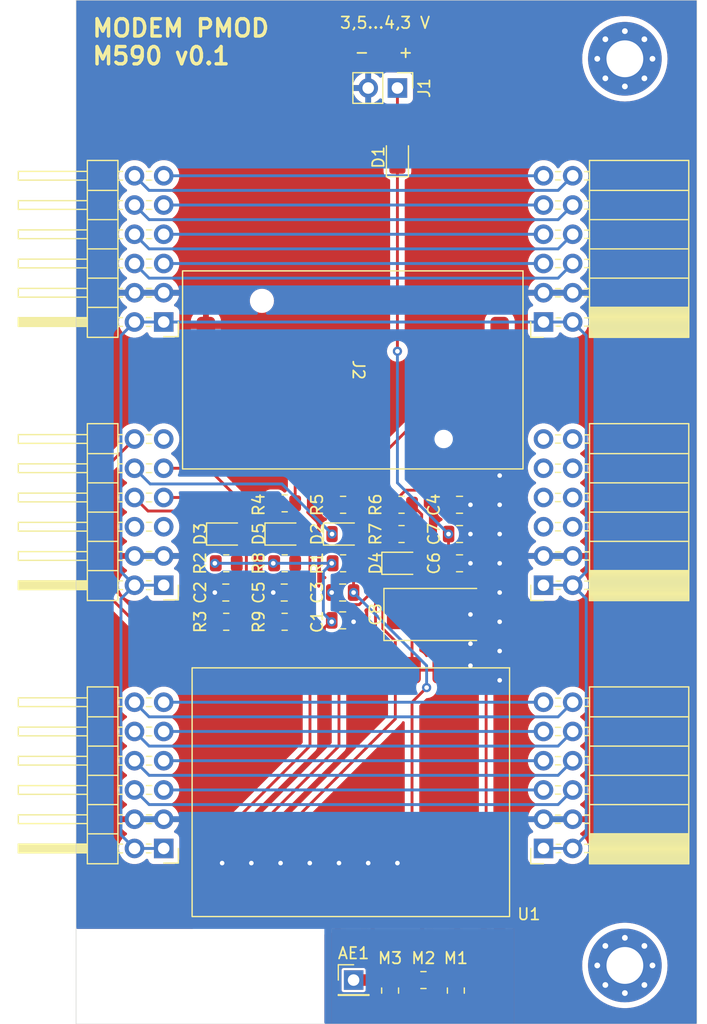
<source format=kicad_pcb>
(kicad_pcb (version 20221018) (generator pcbnew)
  (layers (0 "F.Cu" signal) (31 "B.Cu" signal) (34 "B.Paste" user) (35 "F.Paste" user) (36 "B.SilkS" user "B.Silkscreen") (37 "F.SilkS" user "F.Silkscreen") (38 "B.Mask" user) (39 "F.Mask" user) (44 "Edge.Cuts" user))
  (net 0 "")
  (net 1 "GND")
  (net 2 "LIGHT")
  (net 3 "Net-(D1-A)")
  (net 4 "+2V8")
  (net 5 "VSIM")
  (net 6 "SIM_SRSR")
  (net 7 "SIM_SCLK")
  (net 8 "SIM_SDATA")
  (net 9 "Net-(D4-K)")
  (net 12 "VCC")
  (net 13 "PMOD_I2C_SDA")
  (net 14 "PMOD_I2C_GPIO4")
  (net 15 "PMOD_I2C_SCL")
  (net 16 "PMOD_I2C_GPIO3")
  (net 17 "PMOD_I2C_RESET")
  (net 18 "PMOD_I2C_GPIO2")
  (net 19 "PMOD_I2C_INT")
  (net 20 "PMOD_I2C_GPIO1")
  (net 21 "PMOD_SPI_SCK")
  (net 22 "PMOD_SPI_GPIO4_CS3")
  (net 23 "PMOD_SPI_MISO")
  (net 24 "PMOD_SPI_GPIO3_CS2")
  (net 25 "PMOD_SPI_MOSI")
  (net 26 "PMOD_SPI_GPIO2_RESET")
  (net 27 "PMOD_SPI_CS")
  (net 28 "PMOD_SPI_GPIO1_INT")
  (net 29 "PMOD_UART_RTS")
  (net 30 "PMOD_UART_GPIO4")
  (net 31 "PMOD_UART_CTS")
  (net 32 "MOD_SDATA")
  (net 33 "MOD_SCLK")
  (net 34 "MOD_SRSR")
  (net 35 "Net-(AE1-A)")
  (net 36 "MOD_ANT")
  (net 37 "MCU_RXD")
  (net 38 "MCU_DTR")
  (net 39 "MCU_TXD")
  (net 40 "MCU_nRST")
  (net 41 "MCU_RING")
  (net 42 "MOD_RXD")
  (net 43 "MOD_TXD")
  (net 44 "MOD_DTR")
  (net 45 "MOD_RING")
  (net 46 "MOD_nRST")
  (net 47 "ONOFF")
  (net 57 "VMODEM")
  (footprint "Connector_PinSocket_2.54mm:PinSocket_2x06_P2.54mm_Horizontal" (layer "F.Cu") (at 111.76 68.58 180)
    (fp_text reference "PMOD4" hide)
    (fp_text value "Conn_02x06_Odd_Even")
    (pad "1" thru_hole rect (at 0 0 180) (size 1.7 1.7) (drill 1) (layers "*.Cu" "*.Mask") (net 12 "VCC"))
    (pad "2" thru_hole oval (at -2.54 0 180) (size 1.7 1.7) (drill 1) (layers "*.Cu" "*.Mask") (net 12 "VCC"))
    (pad "3" thru_hole oval (at 0 2.54 180) (size 1.7 1.7) (drill 1) (layers "*.Cu" "*.Mask") (net 1 "GND"))
    (pad "4" thru_hole oval (at -2.54 2.54 180) (size 1.7 1.7) (drill 1) (layers "*.Cu" "*.Mask") (net 1 "GND"))
    (pad "5" thru_hole oval (at 0 5.08 180) (size 1.7 1.7) (drill 1) (layers "*.Cu" "*.Mask") (net 13 "PMOD_I2C_SDA"))
    (pad "6" thru_hole oval (at -2.54 5.08 180) (size 1.7 1.7) (drill 1) (layers "*.Cu" "*.Mask") (net 14 "PMOD_I2C_GPIO4"))
    (pad "7" thru_hole oval (at 0 7.62 180) (size 1.7 1.7) (drill 1) (layers "*.Cu" "*.Mask") (net 15 "PMOD_I2C_SCL"))
    (pad "8" thru_hole oval (at -2.54 7.62 180) (size 1.7 1.7) (drill 1) (layers "*.Cu" "*.Mask") (net 16 "PMOD_I2C_GPIO3"))
    (pad "9" thru_hole oval (at 0 10.16 180) (size 1.7 1.7) (drill 1) (layers "*.Cu" "*.Mask") (net 17 "PMOD_I2C_RESET"))
    (pad "10" thru_hole oval (at -2.54 10.16 180) (size 1.7 1.7) (drill 1) (layers "*.Cu" "*.Mask") (net 18 "PMOD_I2C_GPIO2"))
    (pad "11" thru_hole oval (at 0 12.7 180) (size 1.7 1.7) (drill 1) (layers "*.Cu" "*.Mask") (net 19 "PMOD_I2C_INT"))
    (pad "12" thru_hole oval (at -2.54 12.7 180) (size 1.7 1.7) (drill 1) (layers "*.Cu" "*.Mask") (net 20 "PMOD_I2C_GPIO1"))
  )
  (footprint "AvS_Connector:MUP-C713" (layer "F.Cu") (at 95.18 72.74 -90)
    (fp_text reference "J2" (at 0 -0.5 -90 unlocked) (layer "F.SilkS"))
    (fp_text value "SIM_Card")
    (pad "" np_thru_hole circle (at -6 7.9 270) (size 1.6 1.6) (drill 1.6) (layers "F&B.Cu" "*.Mask"))
    (pad "" np_thru_hole circle (at 6 -7.9 270) (size 1.1 1.1) (drill 1.1) (layers "F&B.Cu" "*.Mask"))
    (pad "1" smd roundrect (at -3.81 -12.77 270) (size 1.6 1.6) (layers "F.Cu" "F.Paste" "F.Mask") (net 5 "VSIM"))
    (pad "2" smd roundrect (at -1.27 -12.77 270) (size 1.6 1.6) (layers "F.Cu" "F.Paste" "F.Mask") (net 6 "SIM_SRSR"))
    (pad "3" smd roundrect (at 1.27 -12.77 270) (size 1.6 1.6) (layers "F.Cu" "F.Paste" "F.Mask") (net 7 "SIM_SCLK"))
    (pad "5" smd roundrect (at -3.81 12.77 270) (size 1.6 1.6) (layers "F.Cu" "F.Paste" "F.Mask") (net 1 "GND"))
    (pad "6" smd roundrect (at -1.27 12.77 270) (size 1.6 1.6) (layers "F.Cu" "F.Paste" "F.Mask"))
    (pad "7" smd roundrect (at 1.27 12.77 270) (size 1.6 1.6) (layers "F.Cu" "F.Paste" "F.Mask") (net 8 "SIM_SDATA"))
  )
  (footprint "Connector_PinHeader_2.54mm:PinHeader_2x06_P2.54mm_Horizontal" (layer "F.Cu") (at 78.74 114.3 180)
    (fp_text reference "PMOD3" hide)
    (fp_text value "Conn_02x06_Odd_Even")
    (pad "1" thru_hole rect (at 0 0 180) (size 1.7 1.7) (drill 1) (layers "*.Cu" "*.Mask") (net 12 "VCC"))
    (pad "2" thru_hole oval (at 2.54 0 180) (size 1.7 1.7) (drill 1) (layers "*.Cu" "*.Mask") (net 12 "VCC"))
    (pad "3" thru_hole oval (at 0 2.54 180) (size 1.7 1.7) (drill 1) (layers "*.Cu" "*.Mask") (net 1 "GND"))
    (pad "4" thru_hole oval (at 2.54 2.54 180) (size 1.7 1.7) (drill 1) (layers "*.Cu" "*.Mask") (net 1 "GND"))
    (pad "5" thru_hole oval (at 0 5.08 180) (size 1.7 1.7) (drill 1) (layers "*.Cu" "*.Mask") (net 21 "PMOD_SPI_SCK"))
    (pad "6" thru_hole oval (at 2.54 5.08 180) (size 1.7 1.7) (drill 1) (layers "*.Cu" "*.Mask") (net 22 "PMOD_SPI_GPIO4_CS3"))
    (pad "7" thru_hole oval (at 0 7.62 180) (size 1.7 1.7) (drill 1) (layers "*.Cu" "*.Mask") (net 23 "PMOD_SPI_MISO"))
    (pad "8" thru_hole oval (at 2.54 7.62 180) (size 1.7 1.7) (drill 1) (layers "*.Cu" "*.Mask") (net 24 "PMOD_SPI_GPIO3_CS2"))
    (pad "9" thru_hole oval (at 0 10.16 180) (size 1.7 1.7) (drill 1) (layers "*.Cu" "*.Mask") (net 25 "PMOD_SPI_MOSI"))
    (pad "10" thru_hole oval (at 2.54 10.16 180) (size 1.7 1.7) (drill 1) (layers "*.Cu" "*.Mask") (net 26 "PMOD_SPI_GPIO2_RESET"))
    (pad "11" thru_hole oval (at 0 12.7 180) (size 1.7 1.7) (drill 1) (layers "*.Cu" "*.Mask") (net 27 "PMOD_SPI_CS"))
    (pad "12" thru_hole oval (at 2.54 12.7 180) (size 1.7 1.7) (drill 1) (layers "*.Cu" "*.Mask") (net 28 "PMOD_SPI_GPIO1_INT"))
  )
  (footprint "AvS_Modules:M590" (layer "F.Cu") (at 95.01 109.415 -90)
    (fp_text reference "U1" (at 10.6 -15.48 unlocked) (layer "F.SilkS"))
    (fp_text value "~")
    (pad "1" smd roundrect (at -10.6 -10.4 270) (size 2.286 1.524) (layers "F.Cu" "F.Paste" "F.Mask") (net 1 "GND"))
    (pad "2" smd roundrect (at -10.6 -7.86 270) (size 2.286 1.524) (layers "F.Cu" "F.Paste" "F.Mask") (net 57 "VMODEM"))
    (pad "3" smd roundrect (at -10.6 -5.32 270) (size 2.286 1.524) (layers "F.Cu" "F.Paste" "F.Mask") (net 57 "VMODEM"))
    (pad "4" smd roundrect (at -10.6 -2.78 270) (size 2.286 1.524) (layers "F.Cu" "F.Paste" "F.Mask") (net 1 "GND"))
    (pad "5" smd roundrect (at -10.6 -0.24 270) (size 2.286 1.524) (layers "F.Cu" "F.Paste" "F.Mask") (net 2 "LIGHT"))
    (pad "6" smd roundrect (at -10.6 2.3 270) (size 2.286 1.524) (layers "F.Cu" "F.Paste" "F.Mask") (net 4 "+2V8"))
    (pad "7" smd roundrect (at -10.6 4.84 270) (size 2.286 1.524) (layers "F.Cu" "F.Paste" "F.Mask") (net 42 "MOD_RXD"))
    (pad "8" smd roundrect (at -10.6 7.38 270) (size 2.286 1.524) (layers "F.Cu" "F.Paste" "F.Mask") (net 43 "MOD_TXD"))
    (pad "9" smd roundrect (at -10.6 9.92 270) (size 2.286 1.524) (layers "F.Cu" "F.Paste" "F.Mask") (net 44 "MOD_DTR"))
    (pad "10" smd roundrect (at -10.6 12.46 270) (size 2.286 1.524) (layers "F.Cu" "F.Paste" "F.Mask") (net 45 "MOD_RING"))
    (pad "11" smd roundrect (at 10.6 12.46 270) (size 2.286 1.524) (layers "F.Cu" "F.Paste" "F.Mask") (net 32 "MOD_SDATA"))
    (pad "12" smd roundrect (at 10.6 9.92 270) (size 2.286 1.524) (layers "F.Cu" "F.Paste" "F.Mask") (net 33 "MOD_SCLK"))
    (pad "13" smd roundrect (at 10.6 7.38 270) (size 2.286 1.524) (layers "F.Cu" "F.Paste" "F.Mask") (net 34 "MOD_SRSR"))
    (pad "14" smd roundrect (at 10.6 4.84 270) (size 2.286 1.524) (layers "F.Cu" "F.Paste" "F.Mask") (net 5 "VSIM"))
    (pad "15" smd roundrect (at 10.6 2.3 270) (size 2.286 1.524) (layers "F.Cu" "F.Paste" "F.Mask") (net 1 "GND"))
    (pad "16" smd roundrect (at 10.6 -0.24 270) (size 2.286 1.524) (layers "F.Cu" "F.Paste" "F.Mask"))
    (pad "17" smd roundrect (at 10.6 -2.78 270) (size 2.286 1.524) (layers "F.Cu" "F.Paste" "F.Mask"))
    (pad "18" smd roundrect (at 10.6 -5.32 270) (size 2.286 1.524) (layers "F.Cu" "F.Paste" "F.Mask") (net 46 "MOD_nRST"))
    (pad "19" smd roundrect (at 10.6 -7.86 270) (size 2.286 1.524) (layers "F.Cu" "F.Paste" "F.Mask") (net 47 "ONOFF"))
    (pad "20" smd roundrect (at 10.6 -10.4 270) (size 2.286 1.524) (layers "F.Cu" "F.Paste" "F.Mask") (net 1 "GND"))
    (pad "21" smd roundrect (at 10.6 -12.94 270) (size 2.286 1.524) (layers "F.Cu" "F.Paste" "F.Mask") (net 36 "MOD_ANT"))
  )
  (footprint "Resistor_SMD:R_0805_2012Metric" (layer "F.Cu") (at 84.1775 94.615)
    (fp_text reference "R3" (at -2.2625 0 90) (layer "F.SilkS"))
    (fp_text value "200R")
    (pad "1" smd roundrect (at -0.9125 0) (size 1.025 1.4) (layers "F.Cu" "F.Paste" "F.Mask") (roundrect_rratio 0.243902) (net 41 "MCU_RING"))
    (pad "2" smd roundrect (at 0.9125 0) (size 1.025 1.4) (layers "F.Cu" "F.Paste" "F.Mask") (roundrect_rratio 0.243902) (net 45 "MOD_RING"))
  )
  (footprint "Connector_PinHeader_2.54mm:PinHeader_2x06_P2.54mm_Horizontal" (layer "F.Cu") (at 78.74 91.44 180)
    (fp_text reference "PMOD2" hide)
    (fp_text value "Conn_02x06_Odd_Even")
    (pad "1" thru_hole rect (at 0 0 180) (size 1.7 1.7) (drill 1) (layers "*.Cu" "*.Mask") (net 12 "VCC"))
    (pad "2" thru_hole oval (at 2.54 0 180) (size 1.7 1.7) (drill 1) (layers "*.Cu" "*.Mask") (net 12 "VCC"))
    (pad "3" thru_hole oval (at 0 2.54 180) (size 1.7 1.7) (drill 1) (layers "*.Cu" "*.Mask") (net 1 "GND"))
    (pad "4" thru_hole oval (at 2.54 2.54 180) (size 1.7 1.7) (drill 1) (layers "*.Cu" "*.Mask") (net 1 "GND"))
    (pad "5" thru_hole oval (at 0 5.08 180) (size 1.7 1.7) (drill 1) (layers "*.Cu" "*.Mask") (net 29 "PMOD_UART_RTS"))
    (pad "6" thru_hole oval (at 2.54 5.08 180) (size 1.7 1.7) (drill 1) (layers "*.Cu" "*.Mask") (net 30 "PMOD_UART_GPIO4"))
    (pad "7" thru_hole oval (at 0 7.62 180) (size 1.7 1.7) (drill 1) (layers "*.Cu" "*.Mask") (net 37 "MCU_RXD"))
    (pad "8" thru_hole oval (at 2.54 7.62 180) (size 1.7 1.7) (drill 1) (layers "*.Cu" "*.Mask") (net 38 "MCU_DTR"))
    (pad "9" thru_hole oval (at 0 10.16 180) (size 1.7 1.7) (drill 1) (layers "*.Cu" "*.Mask") (net 39 "MCU_TXD"))
    (pad "10" thru_hole oval (at 2.54 10.16 180) (size 1.7 1.7) (drill 1) (layers "*.Cu" "*.Mask") (net 40 "MCU_nRST"))
    (pad "11" thru_hole oval (at 0 12.7 180) (size 1.7 1.7) (drill 1) (layers "*.Cu" "*.Mask") (net 31 "PMOD_UART_CTS"))
    (pad "12" thru_hole oval (at 2.54 12.7 180) (size 1.7 1.7) (drill 1) (layers "*.Cu" "*.Mask") (net 41 "MCU_RING"))
  )
  (footprint "Connector_PinHeader_2.54mm:PinHeader_2x06_P2.54mm_Horizontal" (layer "F.Cu") (at 78.74 68.58 180)
    (fp_text reference "PMOD1" hide)
    (fp_text value "Conn_02x06_Odd_Even")
    (pad "1" thru_hole rect (at 0 0 180) (size 1.7 1.7) (drill 1) (layers "*.Cu" "*.Mask") (net 12 "VCC"))
    (pad "2" thru_hole oval (at 2.54 0 180) (size 1.7 1.7) (drill 1) (layers "*.Cu" "*.Mask") (net 12 "VCC"))
    (pad "3" thru_hole oval (at 0 2.54 180) (size 1.7 1.7) (drill 1) (layers "*.Cu" "*.Mask") (net 1 "GND"))
    (pad "4" thru_hole oval (at 2.54 2.54 180) (size 1.7 1.7) (drill 1) (layers "*.Cu" "*.Mask") (net 1 "GND"))
    (pad "5" thru_hole oval (at 0 5.08 180) (size 1.7 1.7) (drill 1) (layers "*.Cu" "*.Mask") (net 13 "PMOD_I2C_SDA"))
    (pad "6" thru_hole oval (at 2.54 5.08 180) (size 1.7 1.7) (drill 1) (layers "*.Cu" "*.Mask") (net 14 "PMOD_I2C_GPIO4"))
    (pad "7" thru_hole oval (at 0 7.62 180) (size 1.7 1.7) (drill 1) (layers "*.Cu" "*.Mask") (net 15 "PMOD_I2C_SCL"))
    (pad "8" thru_hole oval (at 2.54 7.62 180) (size 1.7 1.7) (drill 1) (layers "*.Cu" "*.Mask") (net 16 "PMOD_I2C_GPIO3"))
    (pad "9" thru_hole oval (at 0 10.16 180) (size 1.7 1.7) (drill 1) (layers "*.Cu" "*.Mask") (net 17 "PMOD_I2C_RESET"))
    (pad "10" thru_hole oval (at 2.54 10.16 180) (size 1.7 1.7) (drill 1) (layers "*.Cu" "*.Mask") (net 18 "PMOD_I2C_GPIO2"))
    (pad "11" thru_hole oval (at 0 12.7 180) (size 1.7 1.7) (drill 1) (layers "*.Cu" "*.Mask") (net 19 "PMOD_I2C_INT"))
    (pad "12" thru_hole oval (at 2.54 12.7 180) (size 1.7 1.7) (drill 1) (layers "*.Cu" "*.Mask") (net 20 "PMOD_I2C_GPIO1"))
  )
  (footprint "Capacitor_SMD:C_0805_2012Metric" (layer "F.Cu") (at 94.3 92.075 180)
    (fp_text reference "C1" (at 2.225 -2.54 90) (layer "F.SilkS"))
    (fp_text value "33pF")
    (pad "1" smd roundrect (at -0.95 0 180) (size 1 1.45) (layers "F.Cu" "F.Paste" "F.Mask") (net 46 "MOD_nRST"))
    (pad "2" smd roundrect (at 0.95 0 180) (size 1 1.45) (layers "F.Cu" "F.Paste" "F.Mask") (net 1 "GND"))
  )
  (footprint "Diode_SMD:D_0805_2012Metric" (layer "F.Cu") (at 94.3125 86.995)
    (fp_text reference "D2" (at -2.2375 0 90) (layer "F.SilkS"))
    (fp_text value "D_Schottky")
    (pad "1" smd roundrect (at -0.9375 0) (size 0.975 1.4) (layers "F.Cu" "F.Paste" "F.Mask") (net 40 "MCU_nRST"))
    (pad "2" smd roundrect (at 0.9375 0) (size 0.975 1.4) (layers "F.Cu" "F.Paste" "F.Mask") (net 46 "MOD_nRST"))
  )
  (footprint "Resistor_SMD:R_0805_2012Metric" (layer "F.Cu") (at 98.425 126.6425 -90)
    (fp_text reference "M3" (at -2.8175 0 -180) (layer "F.SilkS"))
    (fp_text value "~")
    (pad "1" smd roundrect (at -0.9125 0 270) (size 1.025 1.4) (layers "F.Cu" "F.Paste" "F.Mask") (roundrect_rratio 0.243902) (net 35 "Net-(AE1-A)"))
    (pad "2" smd roundrect (at 0.9125 0 270) (size 1.025 1.4) (layers "F.Cu" "F.Paste" "F.Mask") (roundrect_rratio 0.243902) (net 1 "GND"))
  )
  (footprint "MountingHole:MountingHole_3.2mm_M3_Pad_Via" (layer "F.Cu") (at 118.835 124.46 -90)
    (fp_text reference "H2" hide)
    (fp_text value "~")
    (pad "1" thru_hole circle (at -2.4 0 270) (size 0.8 0.8) (drill 0.5) (layers "*.Cu" "*.Mask"))
    (pad "1" thru_hole circle (at -1.697056 -1.697056 270) (size 0.8 0.8) (drill 0.5) (layers "*.Cu" "*.Mask"))
    (pad "1" thru_hole circle (at -1.697056 1.697056 270) (size 0.8 0.8) (drill 0.5) (layers "*.Cu" "*.Mask"))
    (pad "1" thru_hole circle (at 0 -2.4 270) (size 0.8 0.8) (drill 0.5) (layers "*.Cu" "*.Mask"))
    (pad "1" thru_hole circle (at 0 0 270) (size 6.4 6.4) (drill 3.2) (layers "*.Cu" "*.Mask"))
    (pad "1" thru_hole circle (at 0 2.4 270) (size 0.8 0.8) (drill 0.5) (layers "*.Cu" "*.Mask"))
    (pad "1" thru_hole circle (at 1.697056 -1.697056 270) (size 0.8 0.8) (drill 0.5) (layers "*.Cu" "*.Mask"))
    (pad "1" thru_hole circle (at 1.697056 1.697056 270) (size 0.8 0.8) (drill 0.5) (layers "*.Cu" "*.Mask"))
    (pad "1" thru_hole circle (at 2.4 0 270) (size 0.8 0.8) (drill 0.5) (layers "*.Cu" "*.Mask"))
  )
  (footprint "Resistor_SMD:R_0805_2012Metric" (layer "F.Cu") (at 99.4175 84.455 180)
    (fp_text reference "R6" (at 2.2625 0 90) (layer "F.SilkS"))
    (fp_text value "20R")
    (pad "1" smd roundrect (at -0.9125 0 180) (size 1.025 1.4) (layers "F.Cu" "F.Paste" "F.Mask") (roundrect_rratio 0.243902) (net 34 "MOD_SRSR"))
    (pad "2" smd roundrect (at 0.9125 0 180) (size 1.025 1.4) (layers "F.Cu" "F.Paste" "F.Mask") (roundrect_rratio 0.243902) (net 6 "SIM_SRSR"))
  )
  (footprint "Connector_PinHeader_2.54mm:PinHeader_1x01_P2.54mm_Vertical" (layer "F.Cu") (at 95.25 125.73)
    (fp_text reference "AE1" (at 0 -2.33) (layer "F.SilkS"))
    (fp_text value "Antenna")
    (pad "1" thru_hole rect (at 0 0) (size 1.7 1.7) (drill 1) (layers "*.Cu" "*.Mask") (net 35 "Net-(AE1-A)"))
  )
  (footprint "Capacitor_SMD:C_0805_2012Metric" (layer "F.Cu") (at 84.14 92.075 180)
    (fp_text reference "C2" (at 2.225 0 90) (layer "F.SilkS"))
    (fp_text value "33pF")
    (pad "1" smd roundrect (at -0.95 0 180) (size 1 1.45) (layers "F.Cu" "F.Paste" "F.Mask") (net 44 "MOD_DTR"))
    (pad "2" smd roundrect (at 0.95 0 180) (size 1 1.45) (layers "F.Cu" "F.Paste" "F.Mask") (net 1 "GND"))
  )
  (footprint "Resistor_SMD:R_0805_2012Metric" (layer "F.Cu") (at 94.3375 89.535)
    (fp_text reference "R1" (at -2.2625 0 90) (layer "F.SilkS"))
    (fp_text value "47K")
    (pad "1" smd roundrect (at -0.9125 0) (size 1.025 1.4) (layers "F.Cu" "F.Paste" "F.Mask") (roundrect_rratio 0.243902) (net 4 "+2V8"))
    (pad "2" smd roundrect (at 0.9125 0) (size 1.025 1.4) (layers "F.Cu" "F.Paste" "F.Mask") (roundrect_rratio 0.243902) (net 46 "MOD_nRST"))
  )
  (footprint "Resistor_SMD:R_0805_2012Metric" (layer "F.Cu") (at 89.2575 89.535)
    (fp_text reference "R8" (at -2.2625 0 90) (layer "F.SilkS"))
    (fp_text value "47K")
    (pad "1" smd roundrect (at -0.9125 0) (size 1.025 1.4) (layers "F.Cu" "F.Paste" "F.Mask") (roundrect_rratio 0.243902) (net 4 "+2V8"))
    (pad "2" smd roundrect (at 0.9125 0) (size 1.025 1.4) (layers "F.Cu" "F.Paste" "F.Mask") (roundrect_rratio 0.243902) (net 42 "MOD_RXD"))
  )
  (footprint "MountingHole:MountingHole_3.2mm_M3_Pad_Via" (layer "F.Cu") (at 118.835 45.72 -90)
    (fp_text reference "H1" hide)
    (fp_text value "~")
    (pad "1" thru_hole circle (at -2.4 0 270) (size 0.8 0.8) (drill 0.5) (layers "*.Cu" "*.Mask"))
    (pad "1" thru_hole circle (at -1.697056 -1.697056 270) (size 0.8 0.8) (drill 0.5) (layers "*.Cu" "*.Mask"))
    (pad "1" thru_hole circle (at -1.697056 1.697056 270) (size 0.8 0.8) (drill 0.5) (layers "*.Cu" "*.Mask"))
    (pad "1" thru_hole circle (at 0 -2.4 270) (size 0.8 0.8) (drill 0.5) (layers "*.Cu" "*.Mask"))
    (pad "1" thru_hole circle (at 0 0 270) (size 6.4 6.4) (drill 3.2) (layers "*.Cu" "*.Mask"))
    (pad "1" thru_hole circle (at 0 2.4 270) (size 0.8 0.8) (drill 0.5) (layers "*.Cu" "*.Mask"))
    (pad "1" thru_hole circle (at 1.697056 -1.697056 270) (size 0.8 0.8) (drill 0.5) (layers "*.Cu" "*.Mask"))
    (pad "1" thru_hole circle (at 1.697056 1.697056 270) (size 0.8 0.8) (drill 0.5) (layers "*.Cu" "*.Mask"))
    (pad "1" thru_hole circle (at 2.4 0 270) (size 0.8 0.8) (drill 0.5) (layers "*.Cu" "*.Mask"))
  )
  (footprint "Capacitor_SMD:C_0805_2012Metric" (layer "F.Cu") (at 94.3 94.488)
    (fp_text reference "C3" (at -2.225 -2.413 90) (layer "F.SilkS"))
    (fp_text value "100nF")
    (pad "1" smd roundrect (at -0.95 0) (size 1 1.45) (layers "F.Cu" "F.Paste" "F.Mask") (net 4 "+2V8"))
    (pad "2" smd roundrect (at 0.95 0) (size 1 1.45) (layers "F.Cu" "F.Paste" "F.Mask") (net 1 "GND"))
  )
  (footprint "Resistor_SMD:R_0805_2012Metric" (layer "F.Cu") (at 94.3375 84.455 180)
    (fp_text reference "R5" (at 2.2625 0 90) (layer "F.SilkS"))
    (fp_text value "20R")
    (pad "1" smd roundrect (at -0.9125 0 180) (size 1.025 1.4) (layers "F.Cu" "F.Paste" "F.Mask") (roundrect_rratio 0.243902) (net 33 "MOD_SCLK"))
    (pad "2" smd roundrect (at 0.9125 0 180) (size 1.025 1.4) (layers "F.Cu" "F.Paste" "F.Mask") (roundrect_rratio 0.243902) (net 7 "SIM_SCLK"))
  )
  (footprint "Connector_PinSocket_2.54mm:PinSocket_2x06_P2.54mm_Horizontal" (layer "F.Cu") (at 111.76 114.3 180)
    (fp_text reference "PMOD5" hide)
    (fp_text value "Conn_02x06_Odd_Even")
    (pad "1" thru_hole rect (at 0 0 180) (size 1.7 1.7) (drill 1) (layers "*.Cu" "*.Mask") (net 12 "VCC"))
    (pad "2" thru_hole oval (at -2.54 0 180) (size 1.7 1.7) (drill 1) (layers "*.Cu" "*.Mask") (net 12 "VCC"))
    (pad "3" thru_hole oval (at 0 2.54 180) (size 1.7 1.7) (drill 1) (layers "*.Cu" "*.Mask") (net 1 "GND"))
    (pad "4" thru_hole oval (at -2.54 2.54 180) (size 1.7 1.7) (drill 1) (layers "*.Cu" "*.Mask") (net 1 "GND"))
    (pad "5" thru_hole oval (at 0 5.08 180) (size 1.7 1.7) (drill 1) (layers "*.Cu" "*.Mask") (net 21 "PMOD_SPI_SCK"))
    (pad "6" thru_hole oval (at -2.54 5.08 180) (size 1.7 1.7) (drill 1) (layers "*.Cu" "*.Mask") (net 22 "PMOD_SPI_GPIO4_CS3"))
    (pad "7" thru_hole oval (at 0 7.62 180) (size 1.7 1.7) (drill 1) (layers "*.Cu" "*.Mask") (net 23 "PMOD_SPI_MISO"))
    (pad "8" thru_hole oval (at -2.54 7.62 180) (size 1.7 1.7) (drill 1) (layers "*.Cu" "*.Mask") (net 24 "PMOD_SPI_GPIO3_CS2"))
    (pad "9" thru_hole oval (at 0 10.16 180) (size 1.7 1.7) (drill 1) (layers "*.Cu" "*.Mask") (net 25 "PMOD_SPI_MOSI"))
    (pad "10" thru_hole oval (at -2.54 10.16 180) (size 1.7 1.7) (drill 1) (layers "*.Cu" "*.Mask") (net 26 "PMOD_SPI_GPIO2_RESET"))
    (pad "11" thru_hole oval (at 0 12.7 180) (size 1.7 1.7) (drill 1) (layers "*.Cu" "*.Mask") (net 27 "PMOD_SPI_CS"))
    (pad "12" thru_hole oval (at -2.54 12.7 180) (size 1.7 1.7) (drill 1) (layers "*.Cu" "*.Mask") (net 28 "PMOD_SPI_GPIO1_INT"))
  )
  (footprint "Capacitor_SMD:C_0805_2012Metric" (layer "F.Cu") (at 104.46 89.535)
    (fp_text reference "C6" (at -2.225 0 90) (layer "F.SilkS"))
    (fp_text value "C_Small")
    (pad "1" smd roundrect (at -0.95 0) (size 1 1.45) (layers "F.Cu" "F.Paste" "F.Mask") (net 57 "VMODEM"))
    (pad "2" smd roundrect (at 0.95 0) (size 1 1.45) (layers "F.Cu" "F.Paste" "F.Mask") (net 1 "GND"))
  )
  (footprint "Capacitor_SMD:C_0805_2012Metric" (layer "F.Cu") (at 104.46 84.455)
    (fp_text reference "C4" (at -2.225 0 90) (layer "F.SilkS"))
    (fp_text value "C_Small")
    (pad "1" smd roundrect (at -0.95 0) (size 1 1.45) (layers "F.Cu" "F.Paste" "F.Mask") (net 5 "VSIM"))
    (pad "2" smd roundrect (at 0.95 0) (size 1 1.45) (layers "F.Cu" "F.Paste" "F.Mask") (net 1 "GND"))
  )
  (footprint "Diode_SMD:D_0805_2012Metric" (layer "F.Cu") (at 84.1525 86.995)
    (fp_text reference "D3" (at -2.2375 0 90) (layer "F.SilkS"))
    (fp_text value "D_Schottky")
    (pad "1" smd roundrect (at -0.9375 0) (size 0.975 1.4) (layers "F.Cu" "F.Paste" "F.Mask") (net 38 "MCU_DTR"))
    (pad "2" smd roundrect (at 0.9375 0) (size 0.975 1.4) (layers "F.Cu" "F.Paste" "F.Mask") (net 44 "MOD_DTR"))
  )
  (footprint "Resistor_SMD:R_0805_2012Metric" (layer "F.Cu") (at 89.2575 84.328)
    (fp_text reference "R4" (at -2.2625 0.127 90) (layer "F.SilkS"))
    (fp_text value "20R")
    (pad "1" smd roundrect (at -0.9125 0) (size 1.025 1.4) (layers "F.Cu" "F.Paste" "F.Mask") (roundrect_rratio 0.243902) (net 32 "MOD_SDATA"))
    (pad "2" smd roundrect (at 0.9125 0) (size 1.025 1.4) (layers "F.Cu" "F.Paste" "F.Mask") (roundrect_rratio 0.243902) (net 8 "SIM_SDATA"))
  )
  (footprint "Resistor_SMD:R_0805_2012Metric" (layer "F.Cu") (at 104.14 126.6425 90)
    (fp_text reference "M1" (at 2.8175 0 180) (layer "F.SilkS"))
    (fp_text value "~")
    (pad "1" smd roundrect (at -0.9125 0 90) (size 1.025 1.4) (layers "F.Cu" "F.Paste" "F.Mask") (roundrect_rratio 0.243902) (net 1 "GND"))
    (pad "2" smd roundrect (at 0.9125 0 90) (size 1.025 1.4) (layers "F.Cu" "F.Paste" "F.Mask") (roundrect_rratio 0.243902) (net 36 "MOD_ANT"))
  )
  (footprint "Resistor_SMD:R_0805_2012Metric" (layer "F.Cu") (at 84.1775 89.535)
    (fp_text reference "R2" (at -2.2625 0 90) (layer "F.SilkS"))
    (fp_text value "47K")
    (pad "1" smd roundrect (at -0.9125 0) (size 1.025 1.4) (layers "F.Cu" "F.Paste" "F.Mask") (roundrect_rratio 0.243902) (net 4 "+2V8"))
    (pad "2" smd roundrect (at 0.9125 0) (size 1.025 1.4) (layers "F.Cu" "F.Paste" "F.Mask") (roundrect_rratio 0.243902) (net 44 "MOD_DTR"))
  )
  (footprint "Diode_SMD:D_0805_2012Metric" (layer "F.Cu") (at 89.2325 86.995)
    (fp_text reference "D5" (at -2.2375 0 90) (layer "F.SilkS"))
    (fp_text value "D_Schottky")
    (pad "1" smd roundrect (at -0.9375 0) (size 0.975 1.4) (layers "F.Cu" "F.Paste" "F.Mask") (net 39 "MCU_TXD"))
    (pad "2" smd roundrect (at 0.9375 0) (size 0.975 1.4) (layers "F.Cu" "F.Paste" "F.Mask") (net 42 "MOD_RXD"))
  )
  (footprint "Capacitor_SMD:C_0805_2012Metric" (layer "F.Cu") (at 104.46 86.995)
    (fp_text reference "C7" (at -2.225 0 90) (layer "F.SilkS"))
    (fp_text value "C_Small")
    (pad "1" smd roundrect (at -0.95 0) (size 1 1.45) (layers "F.Cu" "F.Paste" "F.Mask") (net 57 "VMODEM"))
    (pad "2" smd roundrect (at 0.95 0) (size 1 1.45) (layers "F.Cu" "F.Paste" "F.Mask") (net 1 "GND"))
  )
  (footprint "Diode_SMD:D_0805_2012Metric" (layer "F.Cu") (at 99.06 54.2775 90)
    (fp_text reference "D1" (at 0 -1.65 90) (layer "F.SilkS"))
    (fp_text value "D_Schottky_Small")
    (pad "1" smd roundrect (at -0.9375 0 90) (size 0.975 1.4) (layers "F.Cu" "F.Paste" "F.Mask") (net 57 "VMODEM"))
    (pad "2" smd roundrect (at 0.9375 0 90) (size 0.975 1.4) (layers "F.Cu" "F.Paste" "F.Mask") (net 3 "Net-(D1-A)"))
  )
  (footprint "Capacitor_SMD:C_0805_2012Metric" (layer "F.Cu") (at 89.22 92.075 180)
    (fp_text reference "C5" (at 2.225 0 90) (layer "F.SilkS"))
    (fp_text value "33pF")
    (pad "1" smd roundrect (at -0.95 0 180) (size 1 1.45) (layers "F.Cu" "F.Paste" "F.Mask") (net 42 "MOD_RXD"))
    (pad "2" smd roundrect (at 0.95 0 180) (size 1 1.45) (layers "F.Cu" "F.Paste" "F.Mask") (net 1 "GND"))
  )
  (footprint "Resistor_SMD:R_0805_2012Metric" (layer "F.Cu") (at 101.3225 125.73 180)
    (fp_text reference "M2" (at 0 1.905) (layer "F.SilkS"))
    (fp_text value "~")
    (pad "1" smd roundrect (at -0.9125 0 180) (size 1.025 1.4) (layers "F.Cu" "F.Paste" "F.Mask") (roundrect_rratio 0.243902) (net 36 "MOD_ANT"))
    (pad "2" smd roundrect (at 0.9125 0 180) (size 1.025 1.4) (layers "F.Cu" "F.Paste" "F.Mask") (roundrect_rratio 0.243902) (net 35 "Net-(AE1-A)"))
  )
  (footprint "Resistor_SMD:R_0805_2012Metric" (layer "F.Cu") (at 89.2575 94.615)
    (fp_text reference "R9" (at -2.2625 0 90) (layer "F.SilkS"))
    (fp_text value "200R")
    (pad "1" smd roundrect (at -0.9125 0) (size 1.025 1.4) (layers "F.Cu" "F.Paste" "F.Mask") (roundrect_rratio 0.243902) (net 37 "MCU_RXD"))
    (pad "2" smd roundrect (at 0.9125 0) (size 1.025 1.4) (layers "F.Cu" "F.Paste" "F.Mask") (roundrect_rratio 0.243902) (net 43 "MOD_TXD"))
  )
  (footprint "LED_SMD:LED_0805_2012Metric" (layer "F.Cu") (at 99.3925 89.535)
    (fp_text reference "D4" (at -2.2375 0 90) (layer "F.SilkS"))
    (fp_text value "LED")
    (pad "1" smd roundrect (at -0.9375 0) (size 0.975 1.4) (layers "F.Cu" "F.Paste" "F.Mask") (net 9 "Net-(D4-K)"))
    (pad "2" smd roundrect (at 0.9375 0) (size 0.975 1.4) (layers "F.Cu" "F.Paste" "F.Mask") (net 2 "LIGHT"))
  )
  (footprint "Capacitor_Tantalum_SMD:CP_EIA-7343-43_Kemet-X" (layer "F.Cu") (at 102.2975 93.98)
    (fp_text reference "C8" (at -5.1425 0 90) (layer "F.SilkS"))
    (fp_text value "C_Polarized_Small")
    (pad "1" smd roundrect (at -3.1125 0) (size 2.075 2.55) (layers "F.Cu" "F.Paste" "F.Mask") (roundrect_rratio 0.120482) (net 57 "VMODEM"))
    (pad "2" smd roundrect (at 3.1125 0) (size 2.075 2.55) (layers "F.Cu" "F.Paste" "F.Mask") (roundrect_rratio 0.120482) (net 1 "GND"))
  )
  (footprint "Connector_PinSocket_2.54mm:PinSocket_2x06_P2.54mm_Horizontal" (layer "F.Cu") (at 111.76 91.44 180)
    (fp_text reference "PMOD6" hide)
    (fp_text value "Conn_02x06_Odd_Even")
    (pad "1" thru_hole rect (at 0 0 180) (size 1.7 1.7) (drill 1) (layers "*.Cu" "*.Mask") (net 12 "VCC"))
    (pad "2" thru_hole oval (at -2.54 0 180) (size 1.7 1.7) (drill 1) (layers "*.Cu" "*.Mask") (net 12 "VCC"))
    (pad "3" thru_hole oval (at 0 2.54 180) (size 1.7 1.7) (drill 1) (layers "*.Cu" "*.Mask") (net 1 "GND"))
    (pad "4" thru_hole oval (at -2.54 2.54 180) (size 1.7 1.7) (drill 1) (layers "*.Cu" "*.Mask") (net 1 "GND"))
    (pad "5" thru_hole oval (at 0 5.08 180) (size 1.7 1.7) (drill 1) (layers "*.Cu" "*.Mask"))
    (pad "6" thru_hole oval (at -2.54 5.08 180) (size 1.7 1.7) (drill 1) (layers "*.Cu" "*.Mask"))
    (pad "7" thru_hole oval (at 0 7.62 180) (size 1.7 1.7) (drill 1) (layers "*.Cu" "*.Mask"))
    (pad "8" thru_hole oval (at -2.54 7.62 180) (size 1.7 1.7) (drill 1) (layers "*.Cu" "*.Mask"))
    (pad "9" thru_hole oval (at 0 10.16 180) (size 1.7 1.7) (drill 1) (layers "*.Cu" "*.Mask"))
    (pad "10" thru_hole oval (at -2.54 10.16 180) (size 1.7 1.7) (drill 1) (layers "*.Cu" "*.Mask"))
    (pad "11" thru_hole oval (at 0 12.7 180) (size 1.7 1.7) (drill 1) (layers "*.Cu" "*.Mask"))
    (pad "12" thru_hole oval (at -2.54 12.7 180) (size 1.7 1.7) (drill 1) (layers "*.Cu" "*.Mask"))
  )
  (footprint "Connector_PinHeader_2.54mm:PinHeader_1x02_P2.54mm_Vertical" (layer "F.Cu") (at 99.06 48.26 -90)
    (fp_text reference "J1" (at 0 -2.33 90) (layer "F.SilkS"))
    (fp_text value "Conn_01x02")
    (pad "1" thru_hole rect (at 0 0 270) (size 1.7 1.7) (drill 1) (layers "*.Cu" "*.Mask") (net 3 "Net-(D1-A)"))
    (pad "2" thru_hole oval (at 0 2.54 270) (size 1.7 1.7) (drill 1) (layers "*.Cu" "*.Mask") (net 1 "GND"))
  )
  (footprint "Resistor_SMD:R_0805_2012Metric" (layer "F.Cu") (at 99.4175 86.995)
    (fp_text reference "R7" (at -2.2625 0 90) (layer "F.SilkS"))
    (fp_text value "R_Small")
    (pad "1" smd roundrect (at -0.9125 0) (size 1.025 1.4) (layers "F.Cu" "F.Paste" "F.Mask") (roundrect_rratio 0.243902) (net 9 "Net-(D4-K)"))
    (pad "2" smd roundrect (at 0.9125 0) (size 1.025 1.4) (layers "F.Cu" "F.Paste" "F.Mask") (roundrect_rratio 0.243902) (net 1 "GND"))
  )
  (gr_rect (start 71.12 40.64) (end 125.095 129.54) (stroke (width 0.05)) (fill none) (layer "Edge.Cuts"))
  (gr_text "-" (at 95.25 45.72) (layer "F.SilkS") (effects (font (size 1 1)) (justify left bottom)))
  (gr_text "MODEM PMOD \nM590 v0.1" (at 72.39 46.355) (layer "F.SilkS") (effects (font (size 1.5 1.5) (thickness 0.3) bold) (justify left bottom)))
  (gr_text "3,5...4,3 V" (at 93.98 43.18) (layer "F.SilkS") (effects (font (size 1 1)) (justify left bottom)))
  (gr_text "+" (at 99.06 45.72) (layer "F.SilkS") (effects (font (size 1 1)) (justify left bottom)))
  (via (at 107.95 89.535) (size 0.8) (drill 0.4) (layers "F.Cu" "B.Cu") (net 1))
  (via (at 83.185 92.075) (size 0.8) (drill 0.4) (layers "F.Cu" "B.Cu") (net 1))
  (via (at 93.98 115.57) (size 0.8) (drill 0.4) (layers "F.Cu" "B.Cu") (net 1))
  (via (at 88.9 115.57) (size 0.8) (drill 0.4) (layers "F.Cu" "B.Cu") (net 1))
  (via (at 107.95 97.155) (size 0.8) (drill 0.4) (layers "F.Cu" "B.Cu") (net 1))
  (via (at 105.41 96.52) (size 0.8) (drill 0.4) (layers "F.Cu" "B.Cu") (net 1))
  (via (at 88.265 92.075) (size 0.8) (drill 0.4) (layers "F.Cu" "B.Cu") (net 1))
  (via (at 93.345 92.075) (size 0.8) (drill 0.4) (layers "F.Cu" "B.Cu") (net 1))
  (via (at 105.41 93.98) (size 0.8) (drill 0.4) (layers "F.Cu" "B.Cu") (net 1))
  (via (at 107.95 81.915) (size 0.8) (drill 0.4) (layers "F.Cu" "B.Cu") (net 1))
  (via (at 107.95 84.455) (size 0.8) (drill 0.4) (layers "F.Cu" "B.Cu") (net 1))
  (via (at 107.95 92.075) (size 0.8) (drill 0.4) (layers "F.Cu" "B.Cu") (net 1))
  (via (at 105.41 84.455) (size 0.8) (drill 0.4) (layers "F.Cu" "B.Cu") (net 1))
  (via (at 91.44 115.57) (size 0.8) (drill 0.4) (layers "F.Cu" "B.Cu") (net 1))
  (via (at 105.41 89.535) (size 0.8) (drill 0.4) (layers "F.Cu" "B.Cu") (net 1))
  (via (at 86.36 115.57) (size 0.8) (drill 0.4) (layers "F.Cu" "B.Cu") (net 1))
  (via (at 83.82 115.57) (size 0.8) (drill 0.4) (layers "F.Cu" "B.Cu") (net 1))
  (via (at 107.95 99.695) (size 0.8) (drill 0.4) (layers "F.Cu" "B.Cu") (net 1))
  (via (at 95.25 94.615) (size 0.8) (drill 0.4) (layers "F.Cu" "B.Cu") (net 1))
  (via (at 107.95 94.615) (size 0.8) (drill 0.4) (layers "F.Cu" "B.Cu") (net 1))
  (via (at 99.06 115.57) (size 0.8) (drill 0.4) (layers "F.Cu" "B.Cu") (net 1))
  (via (at 105.41 98.425) (size 0.8) (drill 0.4) (layers "F.Cu" "B.Cu") (net 1))
  (via (at 96.52 115.57) (size 0.8) (drill 0.4) (layers "F.Cu" "B.Cu") (net 1))
  (via (at 107.95 86.995) (size 0.8) (drill 0.4) (layers "F.Cu" "B.Cu") (net 1))
  (via (at 105.41 86.995) (size 0.8) (drill 0.4) (layers "F.Cu" "B.Cu") (net 1))
  (segment (start 99.06 90.805) (end 97.79 90.805) (width 0.25) (layer "F.Cu") (net 2))
  (segment (start 97.155 91.44) (end 97.155 96.91) (width 0.25) (layer "F.Cu") (net 2))
  (segment (start 100.33 89.535) (end 99.06 90.805) (width 0.25) (layer "F.Cu") (net 2))
  (segment (start 97.79 90.805) (end 97.155 91.44) (width 0.25) (layer "F.Cu") (net 2))
  (segment (start 97.155 96.91) (end 95.25 98.815) (width 0.25) (layer "F.Cu") (net 2))
  (segment (start 99.06 48.26) (end 99.06 53.34) (width 0.25) (layer "F.Cu") (net 3))
  (segment (start 93.345 94.615) (end 93.345 94.493) (width 0.25) (layer "F.Cu") (net 4))
  (segment (start 93.345 94.493) (end 93.35 94.488) (width 0.25) (layer "F.Cu") (net 4))
  (segment (start 93.223 94.615) (end 93.345 94.615) (width 0.25) (layer "F.Cu") (net 4))
  (segment (start 92.71 95.128) (end 93.223 94.615) (width 0.25) (layer "F.Cu") (net 4))
  (segment (start 92.71 98.815) (end 92.71 95.128) (width 0.25) (layer "F.Cu") (net 4))
  (via (at 93.345 89.535) (size 0.8) (drill 0.4) (layers "F.Cu" "B.Cu") (net 4))
  (via (at 88.265 89.535) (size 0.8) (drill 0.4) (layers "F.Cu" "B.Cu") (net 4))
  (via (at 93.345 94.615) (size 0.8) (drill 0.4) (layers "F.Cu" "B.Cu") (net 4))
  (via (at 83.185 89.535) (size 0.8) (drill 0.4) (layers "F.Cu" "B.Cu") (net 4))
  (segment (start 92.62 90.26) (end 92.62 93.89) (width 0.25) (layer "B.Cu") (net 4))
  (segment (start 83.185 89.535) (end 93.345 89.535) (width 0.25) (layer "B.Cu") (net 4))
  (segment (start 93.345 89.535) (end 92.62 90.26) (width 0.25) (layer "B.Cu") (net 4))
  (segment (start 92.62 93.89) (end 93.345 94.615) (width 0.25) (layer "B.Cu") (net 4))
  (segment (start 96.52 118.11) (end 96.52 120.886435) (width 0.25) (layer "F.Cu") (net 5))
  (segment (start 101.003435 121.483) (end 101.6 120.886435) (width 0.25) (layer "F.Cu") (net 5))
  (segment (start 97.116565 121.483) (end 101.003435 121.483) (width 0.25) (layer "F.Cu") (net 5))
  (segment (start 106.7725 83.2775) (end 106.68 83.185) (width 0.25) (layer "F.Cu") (net 5))
  (segment (start 104.14 82.55) (end 103.505 83.185) (width 0.25) (layer "F.Cu") (net 5))
  (segment (start 101.6 120.886435) (end 101.6 116.84) (width 0.25) (layer "F.Cu") (net 5))
  (segment (start 109.525 81.365305) (end 107.612805 83.2775) (width 0.25) (layer "F.Cu") (net 5))
  (segment (start 109.525 70.505) (end 109.525 81.365305) (width 0.25) (layer "F.Cu") (net 5))
  (segment (start 103.51 83.19) (end 103.51 84.455) (width 0.25) (layer "F.Cu") (net 5))
  (segment (start 101.6 116.84) (end 106.7725 111.6675) (width 0.25) (layer "F.Cu") (net 5))
  (segment (start 107.95 68.93) (end 109.525 70.505) (width 0.25) (layer "F.Cu") (net 5))
  (segment (start 90.17 120.015) (end 90.17 118.11) (width 0.25) (layer "F.Cu") (net 5))
  (segment (start 90.17 118.11) (end 91.44 116.84) (width 0.25) (layer "F.Cu") (net 5))
  (segment (start 96.52 120.886435) (end 97.116565 121.483) (width 0.25) (layer "F.Cu") (net 5))
  (segment (start 107.612805 83.2775) (end 106.7725 83.2775) (width 0.25) (layer "F.Cu") (net 5))
  (segment (start 95.25 116.84) (end 96.52 118.11) (width 0.25) (layer "F.Cu") (net 5))
  (segment (start 103.505 83.185) (end 103.51 83.19) (width 0.25) (layer "F.Cu") (net 5))
  (segment (start 106.045 82.55) (end 104.14 82.55) (width 0.25) (layer "F.Cu") (net 5))
  (segment (start 106.68 83.185) (end 106.045 82.55) (width 0.25) (layer "F.Cu") (net 5))
  (segment (start 91.44 116.84) (end 95.25 116.84) (width 0.25) (layer "F.Cu") (net 5))
  (segment (start 106.7725 111.6675) (end 106.7725 83.2775) (width 0.25) (layer "F.Cu") (net 5))
  (segment (start 99.775 83.185) (end 98.505 84.455) (width 0.25) (layer "F.Cu") (net 6))
  (segment (start 109.075 75.075) (end 100.965 83.185) (width 0.25) (layer "F.Cu") (net 6))
  (segment (start 107.95 71.47) (end 109.075 72.595) (width 0.25) (layer "F.Cu") (net 6))
  (segment (start 109.075 72.595) (end 109.075 75.075) (width 0.25) (layer "F.Cu") (net 6))
  (segment (start 100.965 83.185) (end 99.775 83.185) (width 0.25) (layer "F.Cu") (net 6))
  (segment (start 93.425 84.455) (end 103.87 74.01) (width 0.25) (layer "F.Cu") (net 7))
  (segment (start 103.87 74.01) (end 107.95 74.01) (width 0.25) (layer "F.Cu") (net 7))
  (segment (start 90.17 84.328) (end 90.17 81.77) (width 0.25) (layer "F.Cu") (net 8))
  (segment (start 90.17 81.77) (end 82.41 74.01) (width 0.25) (layer "F.Cu") (net 8))
  (segment (start 98.455 87.045) (end 98.505 86.995) (width 0.25) (layer "F.Cu") (net 9))
  (segment (start 98.455 89.535) (end 98.455 87.045) (width 0.25) (layer "F.Cu") (net 9))
  (segment (start 115.475 90.265) (end 114.3 91.44) (width 0.25) (layer "B.Cu") (net 12))
  (segment (start 78.74 114.3) (end 76.2 114.3) (width 0.25) (layer "B.Cu") (net 12))
  (segment (start 78.74 68.58) (end 76.2 68.58) (width 0.25) (layer "B.Cu") (net 12))
  (segment (start 75.025 90.265) (end 75.025 69.755) (width 0.25) (layer "B.Cu") (net 12))
  (segment (start 75.025 92.615) (end 76.2 91.44) (width 0.25) (layer "B.Cu") (net 12))
  (segment (start 111.76 68.58) (end 114.3 68.58) (width 0.25) (layer "B.Cu") (net 12))
  (segment (start 114.3 68.58) (end 115.475 69.755) (width 0.25) (layer "B.Cu") (net 12))
  (segment (start 75.025 113.125) (end 75.025 92.615) (width 0.25) (layer "B.Cu") (net 12))
  (segment (start 114.3 114.3) (end 111.76 114.3) (width 0.25) (layer "B.Cu") (net 12))
  (segment (start 114.3 91.44) (end 111.76 91.44) (width 0.25) (layer "B.Cu") (net 12))
  (segment (start 76.2 91.44) (end 78.74 91.44) (width 0.25) (layer "B.Cu") (net 12))
  (segment (start 114.3 91.44) (end 115.475 92.615) (width 0.25) (layer "B.Cu") (net 12))
  (segment (start 76.2 91.44) (end 75.025 90.265) (width 0.25) (layer "B.Cu") (net 12))
  (segment (start 76.2 114.3) (end 75.025 113.125) (width 0.25) (layer "B.Cu") (net 12))
  (segment (start 115.475 113.125) (end 114.3 114.3) (width 0.25) (layer "B.Cu") (net 12))
  (segment (start 111.76 68.58) (end 78.74 68.58) (width 0.25) (layer "B.Cu") (net 12))
  (segment (start 115.475 92.615) (end 115.475 113.125) (width 0.25) (layer "B.Cu") (net 12))
  (segment (start 75.025 69.755) (end 76.2 68.58) (width 0.25) (layer "B.Cu") (net 12))
  (segment (start 115.475 69.755) (end 115.475 90.265) (width 0.25) (layer "B.Cu") (net 12))
  (segment (start 78.74 63.5) (end 111.76 63.5) (width 0.25) (layer "B.Cu") (net 13))
  (segment (start 77.47 64.77) (end 76.2 63.5) (width 0.25) (layer "B.Cu") (net 14))
  (segment (start 114.3 63.5) (end 113.03 64.77) (width 0.25) (layer "B.Cu") (net 14))
  (segment (start 113.03 64.77) (end 77.47 64.77) (width 0.25) (layer "B.Cu") (net 14))
  (segment (start 78.74 60.96) (end 111.215 60.96) (width 0.25) (layer "B.Cu") (net 15))
  (segment (start 113.03 62.23) (end 77.47 62.23) (width 0.25) (layer "B.Cu") (net 16))
  (segment (start 77.47 62.23) (end 76.2 60.96) (width 0.25) (layer "B.Cu") (net 16))
  (segment (start 113.03 62.23) (end 114.3 60.96) (width 0.25) (layer "B.Cu") (net 16))
  (segment (start 78.74 58.42) (end 111.215 58.42) (width 0.25) (layer "B.Cu") (net 17))
  (segment (start 114.3 58.42) (end 113.03 59.69) (width 0.25) (layer "B.Cu") (net 18))
  (segment (start 113.03 59.69) (end 77.47 59.69) (width 0.25) (layer "B.Cu") (net 18))
  (segment (start 77.47 59.69) (end 76.2 58.42) (width 0.25) (layer "B.Cu") (net 18))
  (segment (start 78.74 55.88) (end 111.215 55.88) (width 0.25) (layer "B.Cu") (net 19))
  (segment (start 76.2 55.88) (end 77.47 57.15) (width 0.25) (layer "B.Cu") (net 20))
  (segment (start 113.03 57.15) (end 114.3 55.88) (width 0.25) (layer "B.Cu") (net 20))
  (segment (start 77.47 57.15) (end 113.03 57.15) (width 0.25) (layer "B.Cu") (net 20))
  (segment (start 78.74 109.22) (end 111.215 109.22) (width 0.25) (layer "B.Cu") (net 21))
  (segment (start 76.2 109.22) (end 77.47 110.49) (width 0.25) (layer "B.Cu") (net 22))
  (segment (start 77.47 110.49) (end 113.03 110.49) (width 0.25) (layer "B.Cu") (net 22))
  (segment (start 113.03 110.49) (end 114.3 109.22) (width 0.25) (layer "B.Cu") (net 22))
  (segment (start 78.74 106.68) (end 111.215 106.68) (width 0.25) (layer "B.Cu") (net 23))
  (segment (start 76.2 106.68) (end 77.47 107.95) (width 0.25) (layer "B.Cu") (net 24))
  (segment (start 113.03 107.95) (end 114.3 106.68) (width 0.25) (layer "B.Cu") (net 24))
  (segment (start 77.47 107.95) (end 113.03 107.95) (width 0.25) (layer "B.Cu") (net 24))
  (segment (start 111.215 104.14) (end 78.74 104.14) (width 0.25) (layer "B.Cu") (net 25))
  (segment (start 77.47 105.41) (end 113.03 105.41) (width 0.25) (layer "B.Cu") (net 26))
  (segment (start 76.2 104.14) (end 77.47 105.41) (width 0.25) (layer "B.Cu") (net 26))
  (segment (start 113.03 105.41) (end 114.3 104.14) (width 0.25) (layer "B.Cu") (net 26))
  (segment (start 111.215 101.6) (end 78.74 101.6) (width 0.25) (layer "B.Cu") (net 27))
  (segment (start 77.47 102.87) (end 113.03 102.87) (width 0.25) (layer "B.Cu") (net 28))
  (segment (start 76.2 101.6) (end 77.47 102.87) (width 0.25) (layer "B.Cu") (net 28))
  (segment (start 113.03 102.87) (end 114.3 101.6) (width 0.25) (layer "B.Cu") (net 28))
  (segment (start 90.433 85.353) (end 89.37 85.353) (width 0.25) (layer "F.Cu") (net 32))
  (segment (start 91.4575 86.3775) (end 90.433 85.353) (width 0.25) (layer "F.Cu") (net 32))
  (segment (start 82.55 114.3) (end 91.4575 105.3925) (width 0.25) (layer "F.Cu") (net 32))
  (segment (start 82.55 120.015) (end 82.55 114.3) (width 0.25) (layer "F.Cu") (net 32))
  (segment (start 89.37 85.353) (end 88.345 84.328) (width 0.25) (layer "F.Cu") (net 32))
  (segment (start 91.4575 105.3925) (end 91.4575 86.3775) (width 0.25) (layer "F.Cu") (net 32))
  (segment (start 93.98 96.52) (end 94.425 96.075) (width 0.25) (layer "F.Cu") (net 33))
  (segment (start 94.425 96.075) (end 94.425 93.535) (width 0.25) (layer "F.Cu") (net 33))
  (segment (start 94.835 93.125) (end 95.738173 93.125) (width 0.25) (layer "F.Cu") (net 33))
  (segment (start 96.52 92.343173) (end 96.52 85.725) (width 0.25) (layer "F.Cu") (net 33))
  (segment (start 95.738173 93.125) (end 96.52 92.343173) (width 0.25) (layer "F.Cu") (net 33))
  (segment (start 93.98 105.41) (end 93.98 96.52) (width 0.25) (layer "F.Cu") (net 33))
  (segment (start 85.09 120.015) (end 85.09 114.3) (width 0.25) (layer "F.Cu") (net 33))
  (segment (start 85.09 114.3) (end 93.98 105.41) (width 0.25) (layer "F.Cu") (net 33))
  (segment (start 96.52 85.725) (end 95.25 84.455) (width 0.25) (layer "F.Cu") (net 33))
  (segment (start 94.425 93.535) (end 94.835 93.125) (width 0.25) (layer "F.Cu") (net 33))
  (segment (start 101.1675 90.201834) (end 101.1675 85.2925) (width 0.25) (layer "F.Cu") (net 34))
  (segment (start 87.63 114.3) (end 98.877 103.053) (width 0.25) (layer "F.Cu") (net 34))
  (segment (start 87.63 120.015) (end 87.63 114.3) (width 0.25) (layer "F.Cu") (net 34))
  (segment (start 98.877 103.053) (end 98.877 96.297674) (width 0.25) (layer "F.Cu") (net 34))
  (segment (start 97.79 95.210674) (end 97.79 92.71) (width 0.25) (layer "F.Cu") (net 34))
  (segment (start 99.479334 91.89) (end 101.1675 90.201834) (width 0.25) (layer "F.Cu") (net 34))
  (segment (start 98.877 96.297674) (end 97.79 95.210674) (width 0.25) (layer "F.Cu") (net 34))
  (segment (start 101.1675 85.2925) (end 100.33 84.455) (width 0.25) (layer "F.Cu") (net 34))
  (segment (start 98.61 91.89) (end 97.79 92.71) (width 0.25) (layer "F.Cu") (net 34))
  (segment (start 99.479334 91.89) (end 98.61 91.89) (width 0.25) (layer "F.Cu") (net 34))
  (segment (start 100.41 125.73) (end 95.25 125.73) (width 1) (layer "F.Cu") (net 35))
  (segment (start 107.95 120.015) (end 107.95 124.46) (width 1) (layer "F.Cu") (net 36))
  (segment (start 106.68 125.73) (end 102.235 125.73) (width 1) (layer "F.Cu") (net 36))
  (segment (start 107.95 124.46) (end 106.68 125.73) (width 1) (layer "F.Cu") (net 36))
  (segment (start 88.345 94.615) (end 85.9275 92.1975) (width 0.25) (layer "F.Cu") (net 37))
  (segment (start 85.9275 92.1975) (end 85.9275 86.328166) (width 0.25) (layer "F.Cu") (net 37))
  (segment (start 85.9275 86.328166) (end 83.419334 83.82) (width 0.25) (layer "F.Cu") (net 37))
  (segment (start 83.419334 83.82) (end 78.74 83.82) (width 0.25) (layer "F.Cu") (net 37))
  (segment (start 83.215 86.995) (end 81.215 84.995) (width 0.25) (layer "F.Cu") (net 38))
  (segment (start 77.375 84.995) (end 76.2 83.82) (width 0.25) (layer "F.Cu") (net 38))
  (segment (start 81.215 84.995) (end 77.375 84.995) (width 0.25) (layer "F.Cu") (net 38))
  (segment (start 88.295 86.995) (end 82.58 81.28) (width 0.25) (layer "F.Cu") (net 39))
  (segment (start 82.58 81.28) (end 78.74 81.28) (width 0.25) (layer "F.Cu") (net 39))
  (via (at 93.375 86.995) (size 0.8) (drill 0.4) (layers "F.Cu" "B.Cu") (net 40))
  (segment (start 89.025 82.645) (end 93.375 86.995) (width 0.25) (layer "B.Cu") (net 40))
  (segment (start 76.2 81.28) (end 77.565 82.645) (width 0.25) (layer "B.Cu") (net 40))
  (segment (start 77.565 82.645) (end 89.025 82.645) (width 0.25) (layer "B.Cu") (net 40))
  (segment (start 76.2 94.615) (end 83.265 94.615) (width 0.25) (layer "F.Cu") (net 41))
  (segment (start 73.66 92.075) (end 76.2 94.615) (width 0.25) (layer "F.Cu") (net 41))
  (segment (start 73.66 81.28) (end 73.66 92.075) (width 0.25) (layer "F.Cu") (net 41))
  (segment (start 76.2 78.74) (end 73.66 81.28) (width 0.25) (layer "F.Cu") (net 41))
  (segment (start 90.17 98.815) (end 90.17 96.52) (width 0.25) (layer "F.Cu") (net 42))
  (segment (start 90.17 92.075) (end 90.17 86.995) (width 0.25) (layer "F.Cu") (net 42))
  (segment (start 91.0075 95.6825) (end 91.0075 92.9125) (width 0.25) (layer "F.Cu") (net 42))
  (segment (start 90.17 96.52) (end 91.0075 95.6825) (width 0.25) (layer "F.Cu") (net 42))
  (segment (start 91.0075 92.9125) (end 90.17 92.075) (width 0.25) (layer "F.Cu") (net 42))
  (segment (start 87.63 97.155) (end 90.17 94.615) (width 0.25) (layer "F.Cu") (net 43))
  (segment (start 87.63 98.815) (end 87.63 97.155) (width 0.25) (layer "F.Cu") (net 43))
  (segment (start 85.09 96.52) (end 85.9275 95.6825) (width 0.25) (layer "F.Cu") (net 44))
  (segment (start 85.9275 95.6825) (end 85.9275 92.9125) (width 0.25) (layer "F.Cu") (net 44))
  (segment (start 85.09 92.075) (end 85.09 86.995) (width 0.25) (layer "F.Cu") (net 44))
  (segment (start 85.9275 92.9125) (end 85.09 92.075) (width 0.25) (layer "F.Cu") (net 44))
  (segment (start 85.09 98.815) (end 85.09 96.52) (width 0.25) (layer "F.Cu") (net 44))
  (segment (start 82.55 98.815) (end 82.55 97.155) (width 0.25) (layer "F.Cu") (net 45))
  (segment (start 82.55 97.155) (end 85.09 94.615) (width 0.25) (layer "F.Cu") (net 45))
  (segment (start 100.33 101.6) (end 101.6 100.33) (width 0.25) (layer "F.Cu") (net 46))
  (segment (start 95.25 89.535) (end 95.25 86.995) (width 0.25) (layer "F.Cu") (net 46))
  (segment (start 100.33 120.015) (end 100.33 101.6) (width 0.25) (layer "F.Cu") (net 46))
  (segment (start 95.25 89.535) (end 95.25 92.075) (width 0.25) (layer "F.Cu") (net 46))
  (via (at 101.6 100.33) (size 0.8) (drill 0.4) (layers "F.Cu" "B.Cu") (net 46))
  (via (at 95.25 92.075) (size 0.8) (drill 0.4) (layers "F.Cu" "B.Cu") (net 46))
  (segment (start 101.6 100.33) (end 101.6 98.425) (width 0.25) (layer "B.Cu") (net 46))
  (segment (start 101.6 98.425) (end 95.25 92.075) (width 0.25) (layer "B.Cu") (net 46))
  (segment (start 99.185 93.98) (end 100.33 95.125) (width 0.25) (layer "F.Cu") (net 57))
  (segment (start 100.33 98.815) (end 102.87 98.815) (width 0.25) (layer "F.Cu") (net 57))
  (segment (start 103.505 86.995) (end 103.51 89.535) (width 0.25) (layer "F.Cu") (net 57))
  (segment (start 103.51 89.535) (end 103.51 89.655) (width 0.25) (layer "F.Cu") (net 57))
  (segment (start 99.06 71.12) (end 99.06 55.215) (width 0.25) (layer "F.Cu") (net 57))
  (segment (start 103.51 86.995) (end 103.505 86.995) (width 0.25) (layer "F.Cu") (net 57))
  (segment (start 103.51 89.655) (end 99.185 93.98) (width 0.25) (layer "F.Cu") (net 57))
  (segment (start 100.33 95.125) (end 100.33 98.815) (width 0.25) (layer "F.Cu") (net 57))
  (via (at 99.06 71.12) (size 0.8) (drill 0.4) (layers "F.Cu" "B.Cu") (net 57))
  (via (at 103.505 86.995) (size 0.8) (drill 0.4) (layers "F.Cu" "B.Cu") (net 57))
  (segment (start 103.505 86.995) (end 99.06 82.55) (width 0.25) (layer "B.Cu") (net 57))
  (segment (start 99.06 82.55) (end 99.06 71.12) (width 0.25) (layer "B.Cu") (net 57))
  (zone (net 1) (net_name "GND") (layers "F&B.Cu") (priority 1) (connect_pads (clearance 0.2)) (min_thickness 0.2) (fill yes (thermal_gap 0.2) (thermal_bridge_width 0.2))
    (polygon (pts (xy 93.345 121.285) (xy 93.345 129.54) (xy 109.22 129.54) (xy 109.22 121.285)))
  )
  (zone (net 0) (net_name "") (layers "F&B.Cu") (connect_pads (clearance 0)) (min_thickness 0.25)
    (keepout (tracks not_allowed) (vias not_allowed) (pads not_allowed) (copperpour not_allowed) (footprints allowed))
    (fill (thermal_gap 0.5) (thermal_bridge_width 0.5))
    (polygon (pts (xy 92.71 121.285) (xy 71.12 121.285) (xy 71.12 129.54) (xy 92.71 129.54)))
  )
  (zone (net 1) (net_name "GND") (layers "F&B.Cu") (connect_pads (clearance 0.508)) (min_thickness 0.254) (fill yes (thermal_gap 0.508) (thermal_bridge_width 0.508))
    (polygon (pts (xy 71.12 129.54) (xy 125.095 129.54) (xy 125.095 40.64) (xy 71.12 40.64)))
  )
)
</source>
